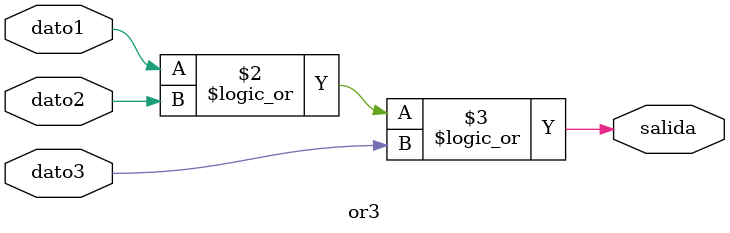
<source format=v>
`timescale 1ns / 1ps
module or3(dato1,dato2,dato3,salida);
	input dato1,dato2,dato3;
	output salida;
	reg salida;
	
	always @*
		salida=dato1||dato2||dato3;


endmodule

</source>
